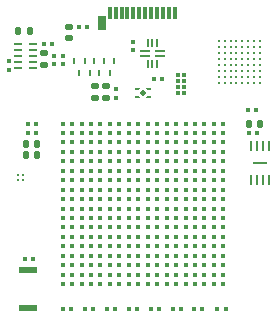
<source format=gtp>
%TF.GenerationSoftware,KiCad,Pcbnew,9.0.1*%
%TF.CreationDate,2025-05-16T18:32:17-04:00*%
%TF.ProjectId,Expansion_Card_Retrofit,45787061-6e73-4696-9f6e-5f436172645f,X1*%
%TF.SameCoordinates,Original*%
%TF.FileFunction,Paste,Top*%
%TF.FilePolarity,Positive*%
%FSLAX45Y45*%
G04 Gerber Fmt 4.5, Leading zero omitted, Abs format (unit mm)*
G04 Created by KiCad (PCBNEW 9.0.1) date 2025-05-16 18:32:17*
%MOMM*%
%LPD*%
G01*
G04 APERTURE LIST*
G04 Aperture macros list*
%AMRoundRect*
0 Rectangle with rounded corners*
0 $1 Rounding radius*
0 $2 $3 $4 $5 $6 $7 $8 $9 X,Y pos of 4 corners*
0 Add a 4 corners polygon primitive as box body*
4,1,4,$2,$3,$4,$5,$6,$7,$8,$9,$2,$3,0*
0 Add four circle primitives for the rounded corners*
1,1,$1+$1,$2,$3*
1,1,$1+$1,$4,$5*
1,1,$1+$1,$6,$7*
1,1,$1+$1,$8,$9*
0 Add four rect primitives between the rounded corners*
20,1,$1+$1,$2,$3,$4,$5,0*
20,1,$1+$1,$4,$5,$6,$7,0*
20,1,$1+$1,$6,$7,$8,$9,0*
20,1,$1+$1,$8,$9,$2,$3,0*%
%AMFreePoly0*
4,1,6,0.180000,0.075000,0.000000,-0.105000,-0.220000,-0.105000,-0.220000,0.105000,0.180000,0.105000,0.180000,0.075000,0.180000,0.075000,$1*%
%AMFreePoly1*
4,1,6,0.180000,-0.075000,0.180000,-0.105000,-0.220000,-0.105000,-0.220000,0.105000,0.000000,0.105000,0.180000,-0.075000,0.180000,-0.075000,$1*%
%AMFreePoly2*
4,1,6,0.220000,-0.105000,0.000000,-0.105000,-0.180000,0.075000,-0.180000,0.105000,0.220000,0.105000,0.220000,-0.105000,0.220000,-0.105000,$1*%
%AMFreePoly3*
4,1,6,0.220000,-0.105000,-0.180000,-0.105000,-0.180000,-0.075000,0.000000,0.105000,0.220000,0.105000,0.220000,-0.105000,0.220000,-0.105000,$1*%
G04 Aperture macros list end*
%ADD10R,0.380000X1.000000*%
%ADD11R,0.700000X1.150000*%
%ADD12RoundRect,0.079500X-0.079500X-0.100500X0.079500X-0.100500X0.079500X0.100500X-0.079500X0.100500X0*%
%ADD13RoundRect,0.040000X0.605000X-0.040000X0.605000X0.040000X-0.605000X0.040000X-0.605000X-0.040000X0*%
%ADD14RoundRect,0.062500X0.062500X-0.387500X0.062500X0.387500X-0.062500X0.387500X-0.062500X-0.387500X0*%
%ADD15RoundRect,0.079500X0.100500X-0.079500X0.100500X0.079500X-0.100500X0.079500X-0.100500X-0.079500X0*%
%ADD16RoundRect,0.140000X-0.170000X0.140000X-0.170000X-0.140000X0.170000X-0.140000X0.170000X0.140000X0*%
%ADD17RoundRect,0.079500X0.079500X0.100500X-0.079500X0.100500X-0.079500X-0.100500X0.079500X-0.100500X0*%
%ADD18RoundRect,0.140000X-0.140000X-0.170000X0.140000X-0.170000X0.140000X0.170000X-0.140000X0.170000X0*%
%ADD19C,0.400000*%
%ADD20R,0.300000X0.300000*%
%ADD21R,0.650001X0.249999*%
%ADD22C,0.300000*%
%ADD23FreePoly0,180.000000*%
%ADD24FreePoly1,180.000000*%
%ADD25FreePoly2,180.000000*%
%ADD26FreePoly3,180.000000*%
%ADD27RoundRect,0.112500X0.000000X0.159099X-0.159099X0.000000X0.000000X-0.159099X0.159099X0.000000X0*%
%ADD28C,0.280002*%
%ADD29RoundRect,0.050000X-0.350000X-0.050000X0.350000X-0.050000X0.350000X0.050000X-0.350000X0.050000X0*%
%ADD30RoundRect,0.050000X-0.050000X-0.325000X0.050000X-0.325000X0.050000X0.325000X-0.050000X0.325000X0*%
%ADD31R,1.500000X0.550000*%
%ADD32RoundRect,0.140000X0.170000X-0.140000X0.170000X0.140000X-0.170000X0.140000X-0.170000X-0.140000X0*%
%ADD33R,0.200000X0.600000*%
G04 APERTURE END LIST*
D10*
%TO.C,P1*%
X925000Y2551000D03*
X975000Y2551000D03*
X1025000Y2551000D03*
X1075000Y2551000D03*
X1125000Y2551000D03*
X1175000Y2551000D03*
X1225000Y2551000D03*
X1275000Y2551000D03*
X1325000Y2551000D03*
X1375000Y2551000D03*
X1425000Y2551000D03*
X1475000Y2551000D03*
D11*
X858000Y2467000D03*
%TD*%
D12*
%TO.C,R34*%
X229000Y1537500D03*
X298000Y1537500D03*
%TD*%
%TO.C,R1*%
X1635500Y50000D03*
X1704500Y50000D03*
%TD*%
D13*
%TO.C,U2*%
X2196750Y1284750D03*
D14*
X2121750Y1142250D03*
X2171750Y1142250D03*
X2221750Y1142250D03*
X2271750Y1142250D03*
X2271750Y1427250D03*
X2221750Y1427250D03*
X2171750Y1427250D03*
X2121750Y1427250D03*
%TD*%
D15*
%TO.C,C102*%
X455000Y2123000D03*
X455000Y2192000D03*
%TD*%
D16*
%TO.C,C17*%
X892500Y1933500D03*
X892500Y1837500D03*
%TD*%
D12*
%TO.C,R6*%
X208500Y467000D03*
X277500Y467000D03*
%TD*%
%TO.C,R32*%
X901000Y50000D03*
X970000Y50000D03*
%TD*%
D17*
%TO.C,R5*%
X2163500Y1731000D03*
X2094500Y1731000D03*
%TD*%
D12*
%TO.C,R33*%
X229000Y1615000D03*
X298000Y1615000D03*
%TD*%
D18*
%TO.C,C62*%
X217000Y1352500D03*
X313000Y1352500D03*
%TD*%
D17*
%TO.C,R7*%
X1371500Y1995000D03*
X1302500Y1995000D03*
%TD*%
D19*
%TO.C,U3*%
X1887000Y258000D03*
X1807000Y258000D03*
X1727000Y258000D03*
X1647000Y258000D03*
X1567000Y258000D03*
X1487000Y258000D03*
X1407000Y258000D03*
X1327000Y258000D03*
X1247000Y258000D03*
X1167000Y258000D03*
X1087000Y258000D03*
X1007000Y258000D03*
X927000Y258000D03*
X847000Y258000D03*
X767000Y258000D03*
X687000Y258000D03*
X607000Y258000D03*
X527000Y258000D03*
X1887000Y338000D03*
X1807000Y338000D03*
X1727000Y338000D03*
X1647000Y338000D03*
X1567000Y338000D03*
X1487000Y338000D03*
X1407000Y338000D03*
X1327000Y338000D03*
X1247000Y338000D03*
X1167000Y338000D03*
X1087000Y338000D03*
X1007000Y338000D03*
X927000Y338000D03*
X847000Y338000D03*
X767000Y338000D03*
X687000Y338000D03*
X607000Y338000D03*
X527000Y338000D03*
X1887000Y418000D03*
X1807000Y418000D03*
X1727000Y418000D03*
X1647000Y418000D03*
X1567000Y418000D03*
X1487000Y418000D03*
X1407000Y418000D03*
X1327000Y418000D03*
X1247000Y418000D03*
X1167000Y418000D03*
X1087000Y418000D03*
X1007000Y418000D03*
X927000Y418000D03*
X847000Y418000D03*
X767000Y418000D03*
X687000Y418000D03*
X607000Y418000D03*
X527000Y418000D03*
X1887000Y498000D03*
X1807000Y498000D03*
X1727000Y498000D03*
X1647000Y498000D03*
X1567000Y498000D03*
X1487000Y498000D03*
X1407000Y498000D03*
X1327000Y498000D03*
X1247000Y498000D03*
X1167000Y498000D03*
X1087000Y498000D03*
X1007000Y498000D03*
X927000Y498000D03*
X847000Y498000D03*
X767000Y498000D03*
X687000Y498000D03*
X607000Y498000D03*
X527000Y498000D03*
X1887000Y578000D03*
X1807000Y578000D03*
X1727000Y578000D03*
X1647000Y578000D03*
X1567000Y578000D03*
X1487000Y578000D03*
X1407000Y578000D03*
X1327000Y578000D03*
X1247000Y578000D03*
X1167000Y578000D03*
X1087000Y578000D03*
X1007000Y578000D03*
X927000Y578000D03*
X847000Y578000D03*
X767000Y578000D03*
X687000Y578000D03*
X607000Y578000D03*
X527000Y578000D03*
X1887000Y658000D03*
X1807000Y658000D03*
X1727000Y658000D03*
X1647000Y658000D03*
X1567000Y658000D03*
X1487000Y658000D03*
X1407000Y658000D03*
X1327000Y658000D03*
X1247000Y658000D03*
X1167000Y658000D03*
X1087000Y658000D03*
X1007000Y658000D03*
X927000Y658000D03*
X847000Y658000D03*
X767000Y658000D03*
X687000Y658000D03*
X607000Y658000D03*
X527000Y658000D03*
X1887000Y738000D03*
X1807000Y738000D03*
X1727000Y738000D03*
X1647000Y738000D03*
X1567000Y738000D03*
X1487000Y738000D03*
X1407000Y738000D03*
X1327000Y738000D03*
X1247000Y738000D03*
X1167000Y738000D03*
X1087000Y738000D03*
X1007000Y738000D03*
X927000Y738000D03*
X847000Y738000D03*
X767000Y738000D03*
X687000Y738000D03*
X607000Y738000D03*
X527000Y738000D03*
X1887000Y818000D03*
X1807000Y818000D03*
X1727000Y818000D03*
X1647000Y818000D03*
X1567000Y818000D03*
X1487000Y818000D03*
X1407000Y818000D03*
X1327000Y818000D03*
X1247000Y818000D03*
X1167000Y818000D03*
X1087000Y818000D03*
X1007000Y818000D03*
X927000Y818000D03*
X847000Y818000D03*
X767000Y818000D03*
X687000Y818000D03*
X607000Y818000D03*
X527000Y818000D03*
X1887000Y898000D03*
X1807000Y898000D03*
X1727000Y898000D03*
X1647000Y898000D03*
X1567000Y898000D03*
X1487000Y898000D03*
X1407000Y898000D03*
X1327000Y898000D03*
X1247000Y898000D03*
X1167000Y898000D03*
X1087000Y898000D03*
X1007000Y898000D03*
X927000Y898000D03*
X847000Y898000D03*
X767000Y898000D03*
X687000Y898000D03*
X607000Y898000D03*
X527000Y898000D03*
X1887000Y978000D03*
X1807000Y978000D03*
X1727000Y978000D03*
X1647000Y978000D03*
X1567000Y978000D03*
X1487000Y978000D03*
X1407000Y978000D03*
X1327000Y978000D03*
X1247000Y978000D03*
X1167000Y978000D03*
X1087000Y978000D03*
X1007000Y978000D03*
X927000Y978000D03*
X847000Y978000D03*
X767000Y978000D03*
X687000Y978000D03*
X607000Y978000D03*
X527000Y978000D03*
X1887000Y1058000D03*
X1807000Y1058000D03*
X1727000Y1058000D03*
X1647000Y1058000D03*
X1567000Y1058000D03*
X1487000Y1058000D03*
X1407000Y1058000D03*
X1327000Y1058000D03*
X1247000Y1058000D03*
X1167000Y1058000D03*
X1087000Y1058000D03*
X1007000Y1058000D03*
X927000Y1058000D03*
X847000Y1058000D03*
X767000Y1058000D03*
X687000Y1058000D03*
X607000Y1058000D03*
X527000Y1058000D03*
X1887000Y1138000D03*
X1807000Y1138000D03*
X1727000Y1138000D03*
X1647000Y1138000D03*
X1567000Y1138000D03*
X1487000Y1138000D03*
X1407000Y1138000D03*
X1327000Y1138000D03*
X1247000Y1138000D03*
X1167000Y1138000D03*
X1087000Y1138000D03*
X1007000Y1138000D03*
X927000Y1138000D03*
X847000Y1138000D03*
X767000Y1138000D03*
X687000Y1138000D03*
X607000Y1138000D03*
X527000Y1138000D03*
X1887000Y1218000D03*
X1807000Y1218000D03*
X1727000Y1218000D03*
X1647000Y1218000D03*
X1567000Y1218000D03*
X1487000Y1218000D03*
X1407000Y1218000D03*
X1327000Y1218000D03*
X1247000Y1218000D03*
X1167000Y1218000D03*
X1087000Y1218000D03*
X1007000Y1218000D03*
X927000Y1218000D03*
X847000Y1218000D03*
X767000Y1218000D03*
X687000Y1218000D03*
X607000Y1218000D03*
X527000Y1218000D03*
X1887000Y1298000D03*
X1807000Y1298000D03*
X1727000Y1298000D03*
X1647000Y1298000D03*
X1567000Y1298000D03*
X1487000Y1298000D03*
X1407000Y1298000D03*
X1327000Y1298000D03*
X1247000Y1298000D03*
X1167000Y1298000D03*
X1087000Y1298000D03*
X1007000Y1298000D03*
X927000Y1298000D03*
X847000Y1298000D03*
X767000Y1298000D03*
X687000Y1298000D03*
X607000Y1298000D03*
X527000Y1298000D03*
X1887000Y1378000D03*
X1807000Y1378000D03*
X1727000Y1378000D03*
X1647000Y1378000D03*
X1567000Y1378000D03*
X1487000Y1378000D03*
X1407000Y1378000D03*
X1327000Y1378000D03*
X1247000Y1378000D03*
X1167000Y1378000D03*
X1087000Y1378000D03*
X1007000Y1378000D03*
X927000Y1378000D03*
X847000Y1378000D03*
X767000Y1378000D03*
X687000Y1378000D03*
X607000Y1378000D03*
X527000Y1378000D03*
X1887000Y1458000D03*
X1807000Y1458000D03*
X1727000Y1458000D03*
X1647000Y1458000D03*
X1567000Y1458000D03*
X1487000Y1458000D03*
X1407000Y1458000D03*
X1327000Y1458000D03*
X1247000Y1458000D03*
X1167000Y1458000D03*
X1087000Y1458000D03*
X1007000Y1458000D03*
X927000Y1458000D03*
X847000Y1458000D03*
X767000Y1458000D03*
X687000Y1458000D03*
X607000Y1458000D03*
X527000Y1458000D03*
X1887000Y1538000D03*
X1807000Y1538000D03*
X1727000Y1538000D03*
X1647000Y1538000D03*
X1567000Y1538000D03*
X1487000Y1538000D03*
X1407000Y1538000D03*
X1327000Y1538000D03*
X1247000Y1538000D03*
X1167000Y1538000D03*
X1087000Y1538000D03*
X1007000Y1538000D03*
X927000Y1538000D03*
X847000Y1538000D03*
X767000Y1538000D03*
X687000Y1538000D03*
X607000Y1538000D03*
X527000Y1538000D03*
X1887000Y1618000D03*
X1807000Y1618000D03*
X1727000Y1618000D03*
X1647000Y1618000D03*
X1567000Y1618000D03*
X1487000Y1618000D03*
X1407000Y1618000D03*
X1327000Y1618000D03*
X1247000Y1618000D03*
X1167000Y1618000D03*
X1087000Y1618000D03*
X1007000Y1618000D03*
X927000Y1618000D03*
X847000Y1618000D03*
X767000Y1618000D03*
X687000Y1618000D03*
X607000Y1618000D03*
X527000Y1618000D03*
%TD*%
D15*
%TO.C,R2*%
X1120000Y2240500D03*
X1120000Y2309500D03*
%TD*%
D20*
%TO.C,U5*%
X1501000Y2029000D03*
X1501000Y1979000D03*
X1501000Y1929000D03*
X1501000Y1879000D03*
X1551000Y2029000D03*
X1551000Y1979000D03*
X1551000Y1929000D03*
X1551000Y1879000D03*
%TD*%
D21*
%TO.C,U10*%
X152500Y2290000D03*
X152500Y2240000D03*
X152500Y2190000D03*
X152500Y2140000D03*
X152500Y2090000D03*
X277500Y2090000D03*
X277500Y2140000D03*
X277500Y2190000D03*
X277500Y2240000D03*
X277500Y2290000D03*
%TD*%
D16*
%TO.C,C16*%
X577000Y2436000D03*
X577000Y2340000D03*
%TD*%
D12*
%TO.C,C13*%
X2106500Y1535000D03*
X2175500Y1535000D03*
%TD*%
%TO.C,R23*%
X1463000Y50000D03*
X1532000Y50000D03*
%TD*%
D22*
%TO.C,U6*%
X152500Y1182500D03*
X192500Y1182500D03*
X152500Y1142500D03*
X192500Y1142500D03*
%TD*%
D23*
%TO.C,U9*%
X1249000Y1842000D03*
D24*
X1249000Y1907000D03*
D25*
X1163000Y1842000D03*
D26*
X1163000Y1907000D03*
D27*
X1206000Y1874500D03*
%TD*%
D12*
%TO.C,R37*%
X525500Y50000D03*
X594500Y50000D03*
%TD*%
D28*
%TO.C,U4*%
X2198000Y1963000D03*
X2148000Y1963000D03*
X2098000Y1963000D03*
X2048000Y1963000D03*
X1998000Y1963000D03*
X1948000Y1963000D03*
X1898000Y1963000D03*
X1848000Y1963000D03*
X2198000Y2013000D03*
X2148000Y2013000D03*
X2098000Y2013000D03*
X2048000Y2013000D03*
X1998000Y2013000D03*
X1948000Y2013000D03*
X1898000Y2013000D03*
X1848000Y2013000D03*
X2198000Y2063000D03*
X2148000Y2063000D03*
X2098000Y2063000D03*
X2048000Y2063000D03*
X1998000Y2063000D03*
X1948000Y2063000D03*
X1898000Y2063000D03*
X1848000Y2063000D03*
X2198000Y2113000D03*
X2148000Y2113000D03*
X2098000Y2113000D03*
X2048000Y2113000D03*
X1998000Y2113000D03*
X1948000Y2113000D03*
X1898000Y2113000D03*
X1848000Y2113000D03*
X2198000Y2163000D03*
X2148000Y2163000D03*
X2098000Y2163000D03*
X2048000Y2163000D03*
X1998000Y2163000D03*
X1948000Y2163000D03*
X1898000Y2163000D03*
X1848000Y2163000D03*
X2198000Y2213000D03*
X2148000Y2213000D03*
X2098000Y2213000D03*
X2048000Y2213000D03*
X1998000Y2213000D03*
X1948000Y2213000D03*
X1898000Y2213000D03*
X1848000Y2213000D03*
X2198000Y2263000D03*
X2148000Y2263000D03*
X2098000Y2263000D03*
X2048000Y2263000D03*
X1998000Y2263000D03*
X1948000Y2263000D03*
X1898000Y2263000D03*
X1848000Y2263000D03*
X2198000Y2313000D03*
X2148000Y2313000D03*
X2098000Y2313000D03*
X2048000Y2313000D03*
X1998000Y2313000D03*
X1948000Y2313000D03*
X1898000Y2313000D03*
X1848000Y2313000D03*
%TD*%
D12*
%TO.C,R35*%
X713000Y50000D03*
X782000Y50000D03*
%TD*%
D29*
%TO.C,U1*%
X1227000Y2229000D03*
X1227000Y2189000D03*
D30*
X1247000Y2121500D03*
X1287000Y2121500D03*
X1327000Y2121500D03*
D29*
X1347000Y2189000D03*
X1347000Y2229000D03*
D30*
X1327000Y2296500D03*
X1287000Y2296500D03*
X1247000Y2296500D03*
%TD*%
D17*
%TO.C,R3*%
X1906500Y50000D03*
X1837500Y50000D03*
%TD*%
D18*
%TO.C,C14*%
X2103000Y1617000D03*
X2199000Y1617000D03*
%TD*%
D12*
%TO.C,R26*%
X1276000Y50000D03*
X1345000Y50000D03*
%TD*%
D31*
%TO.C,SW1*%
X232000Y55000D03*
X232000Y380000D03*
%TD*%
D17*
%TO.C,R50*%
X434500Y2290000D03*
X365500Y2290000D03*
%TD*%
%TO.C,R14*%
X733500Y2437000D03*
X664500Y2437000D03*
%TD*%
D12*
%TO.C,R28*%
X1088500Y50000D03*
X1157500Y50000D03*
%TD*%
D32*
%TO.C,C104*%
X372500Y2117000D03*
X372500Y2213000D03*
%TD*%
D18*
%TO.C,C103*%
X150000Y2405000D03*
X246000Y2405000D03*
%TD*%
D33*
%TO.C,D6*%
X965000Y2145000D03*
X875000Y2145000D03*
X795000Y2145000D03*
X715000Y2145000D03*
X625000Y2145000D03*
X665000Y2050000D03*
X755000Y2050000D03*
X835000Y2050000D03*
X925000Y2050000D03*
%TD*%
D16*
%TO.C,C18*%
X797500Y1933500D03*
X797500Y1837500D03*
%TD*%
D18*
%TO.C,C61*%
X216500Y1445000D03*
X312500Y1445000D03*
%TD*%
D15*
%TO.C,R48*%
X527500Y2122500D03*
X527500Y2191500D03*
%TD*%
%TO.C,R49*%
X70000Y2075500D03*
X70000Y2144500D03*
%TD*%
%TO.C,R17*%
X975000Y1838000D03*
X975000Y1907000D03*
%TD*%
M02*

</source>
